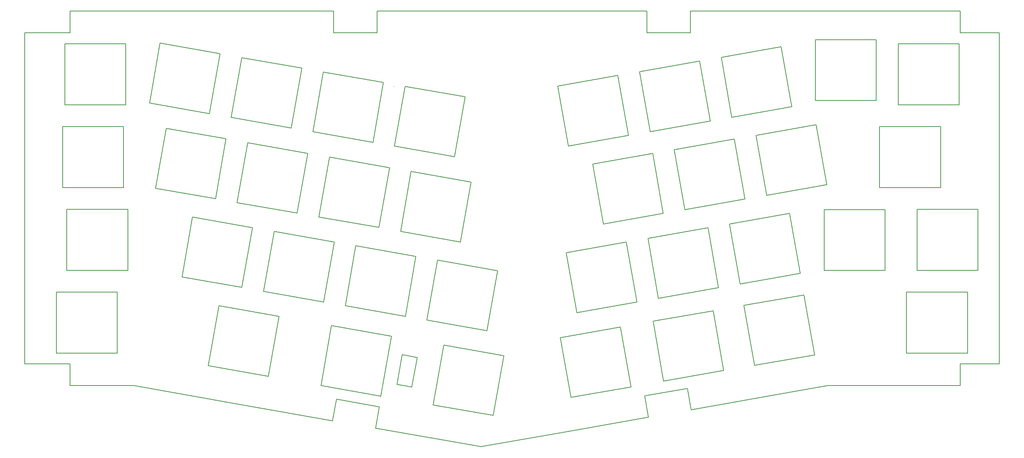
<source format=gbr>
%TF.GenerationSoftware,KiCad,Pcbnew,7.0.1-0*%
%TF.CreationDate,2023-03-18T22:19:58+09:00*%
%TF.ProjectId,C-13XPCB,432d3133-5850-4434-922e-6b696361645f,rev?*%
%TF.SameCoordinates,Original*%
%TF.FileFunction,Profile,NP*%
%FSLAX46Y46*%
G04 Gerber Fmt 4.6, Leading zero omitted, Abs format (unit mm)*
G04 Created by KiCad (PCBNEW 7.0.1-0) date 2023-03-18 22:19:58*
%MOMM*%
%LPD*%
G01*
G04 APERTURE LIST*
%TA.AperFunction,Profile*%
%ADD10C,0.150000*%
%TD*%
G04 APERTURE END LIST*
D10*
X192076362Y-146453021D02*
X178289053Y-148884095D01*
X157019053Y-152634095D02*
X154587979Y-138846787D01*
X168375287Y-136415712D02*
X170806362Y-150203021D01*
X170806362Y-150203021D02*
X157019053Y-152634095D01*
X154587979Y-138846787D02*
X168375287Y-136415712D01*
X175857979Y-135096787D02*
X189645287Y-132665712D01*
X178289053Y-148884095D02*
X175857979Y-135096787D01*
X189645287Y-132665712D02*
X192076362Y-146453021D01*
X113351387Y-152315093D02*
X99564078Y-149884019D01*
X117027500Y-149624999D02*
X120447500Y-150204999D01*
X141552461Y-142997785D02*
X139121387Y-156785093D01*
X115782461Y-138527785D02*
X113351387Y-152315093D01*
X99564078Y-149884019D02*
X101995153Y-136096710D01*
X121657500Y-143424999D02*
X118247500Y-142804999D01*
X127765153Y-140566710D02*
X141552461Y-142997785D01*
X101995153Y-136096710D02*
X115782461Y-138527785D01*
X139121387Y-156785093D02*
X125334078Y-154354019D01*
X125334078Y-154354019D02*
X127765153Y-140566710D01*
X120447500Y-150204999D02*
X121657500Y-143424999D01*
X118247500Y-142804999D02*
X117027500Y-149624999D01*
X45817500Y-149934999D02*
X41922535Y-149934999D01*
X130256409Y-97247327D02*
X116469100Y-94816253D01*
X45817500Y-149934999D02*
X56614563Y-149934999D01*
X52817500Y-128410000D02*
X38817500Y-128410000D01*
X227888750Y-104310000D02*
X227888750Y-90310000D01*
X229158750Y-123380000D02*
X229158750Y-109380000D01*
X61569486Y-104479847D02*
X75356795Y-106910921D01*
X184448500Y-63735001D02*
X246448500Y-63735001D01*
X255367500Y-106835000D02*
X255367500Y-68735000D01*
X174784933Y-157201523D02*
X155788286Y-160551144D01*
X118900175Y-81028944D02*
X132687483Y-83460019D01*
X153992957Y-80979021D02*
X167780265Y-78547946D01*
X207732515Y-85719259D02*
X193945207Y-88150334D01*
X95166308Y-76844023D02*
X81378999Y-74412949D01*
X255367500Y-106835000D02*
X255367500Y-116360000D01*
X193945207Y-88150334D02*
X191514132Y-74363025D01*
X227125000Y-84307500D02*
X213125000Y-84307500D01*
X201943351Y-106083922D02*
X215730660Y-103652847D01*
X170211340Y-92335255D02*
X156424031Y-94766329D01*
X102263988Y-157984224D02*
X103132229Y-153060186D01*
X64000561Y-90692538D02*
X61569486Y-104479847D01*
X167780265Y-78547946D02*
X170211340Y-92335255D01*
X174784933Y-157201523D02*
X173916692Y-152277484D01*
X172137188Y-130683429D02*
X169706114Y-116896121D01*
X161991101Y-98912609D02*
X175778410Y-96481534D01*
X140141928Y-123462193D02*
X126354620Y-121031118D01*
X116469100Y-94816253D02*
X118900175Y-81028944D01*
X117851249Y-114403840D02*
X131638558Y-116834915D01*
X169706114Y-116896121D02*
X155918805Y-119327195D01*
X188466702Y-113588123D02*
X174679393Y-116019198D01*
X215158750Y-109380000D02*
X215158750Y-123380000D01*
X210535287Y-129040713D02*
X212966362Y-142828022D01*
X102620753Y-116846197D02*
X88833444Y-114415123D01*
X246448500Y-149934999D02*
X246448500Y-144934999D01*
X236488750Y-109360000D02*
X236488750Y-123360000D01*
X41922535Y-149557386D02*
X41922535Y-144934999D01*
X41921500Y-63735001D02*
X102448500Y-63735001D01*
X196970072Y-106960845D02*
X194538998Y-93173537D01*
X81378999Y-74412949D02*
X78947925Y-88200257D01*
X38197500Y-68735000D02*
X41921500Y-68735000D01*
X190897776Y-127375432D02*
X188466702Y-113588123D01*
X241888750Y-90310000D02*
X241888750Y-104310000D01*
X131638558Y-116834915D02*
X134069632Y-103047606D01*
X97708512Y-91508255D02*
X100139587Y-77720947D01*
X209658364Y-124067434D02*
X207227289Y-110280125D01*
X183182764Y-109391920D02*
X196970072Y-106960845D01*
X126354620Y-121031118D02*
X123923545Y-134818427D01*
X41198750Y-109360000D02*
X55198750Y-109360000D01*
X207379410Y-151454237D02*
X215995434Y-149934999D01*
X41922535Y-144934999D02*
X31529500Y-144934999D01*
X177110468Y-129806506D02*
X190897776Y-127375432D01*
X107594032Y-117723120D02*
X121381341Y-120154195D01*
X215730660Y-103652847D02*
X213299585Y-89865539D01*
X123923545Y-134818427D02*
X137710854Y-137249501D01*
X92735233Y-90631332D02*
X95166308Y-76844023D01*
X54722500Y-85260000D02*
X40722500Y-85260000D01*
X156424031Y-94766329D02*
X153992957Y-80979021D01*
X75356795Y-106910921D02*
X77787869Y-93123613D01*
X88833444Y-114415123D02*
X86402370Y-128202431D01*
X100139587Y-77720947D02*
X113926895Y-80152021D01*
X215158750Y-123380000D02*
X229158750Y-123380000D01*
X132687483Y-83460019D02*
X130256409Y-97247327D01*
X195871055Y-126498508D02*
X209658364Y-124067434D01*
X213299585Y-89865539D02*
X199512277Y-92296613D01*
X199179053Y-145259096D02*
X196747979Y-131471788D01*
X250488750Y-123360000D02*
X250488750Y-109360000D01*
X246448500Y-149934999D02*
X241080000Y-149934999D01*
X73714078Y-145309020D02*
X76145153Y-131521711D01*
X111495821Y-93939330D02*
X97708512Y-91508255D01*
X158349880Y-133114504D02*
X172137188Y-130683429D01*
X213125000Y-70307500D02*
X227125000Y-70307500D01*
X120282324Y-100616532D02*
X117851249Y-114403840D01*
X174448500Y-63735000D02*
X112448500Y-63735000D01*
X183764770Y-150541002D02*
X173916692Y-152277484D01*
X31529500Y-106835000D02*
X31529500Y-68735000D01*
X40722500Y-71260000D02*
X54722500Y-71260000D01*
X250488750Y-109360000D02*
X236488750Y-109360000D01*
X81429091Y-127325508D02*
X67641782Y-124894433D01*
X102448500Y-68735000D02*
X112448500Y-68735000D01*
X112877970Y-113526917D02*
X115309045Y-99739608D01*
X113926895Y-80152021D02*
X111495821Y-93939330D01*
X54246250Y-90310000D02*
X40246250Y-90310000D01*
X31529500Y-144934999D02*
X31529500Y-106835000D01*
X73974646Y-87323334D02*
X60187337Y-84892260D01*
X118950266Y-133941503D02*
X105162958Y-131510429D01*
X241888750Y-104310000D02*
X241888750Y-90310000D01*
X41198750Y-123360000D02*
X41198750Y-109360000D01*
X134069632Y-103047606D02*
X120282324Y-100616532D01*
X40246250Y-104310000D02*
X54246250Y-104310000D01*
X207227289Y-110280125D02*
X193439981Y-112711200D01*
X232175000Y-71260000D02*
X232175000Y-85260000D01*
X83860165Y-113538199D02*
X81429091Y-127325508D01*
X227888750Y-90310000D02*
X227888750Y-104310000D01*
X87501387Y-147740094D02*
X73714078Y-145309020D01*
X38817500Y-128410000D02*
X38817500Y-142410000D01*
X76405720Y-73536026D02*
X73974646Y-87323334D01*
X241888750Y-104310000D02*
X227888750Y-104310000D01*
X52817500Y-142410000D02*
X52817500Y-128410000D01*
X78947925Y-88200257D02*
X92735233Y-90631332D01*
X102448500Y-63735001D02*
X102448500Y-68735000D01*
X77787869Y-93123613D02*
X64000561Y-90692538D01*
X184448500Y-68734999D02*
X174448500Y-68734999D01*
X248080000Y-128410000D02*
X248080000Y-142410000D01*
X155788286Y-160551144D02*
X136305001Y-163986573D01*
X112448500Y-63735000D02*
X112448500Y-68735000D01*
X55198750Y-109360000D02*
X55198750Y-123360000D01*
X89932461Y-133952786D02*
X87501387Y-147740094D01*
X103132229Y-153060186D02*
X112980307Y-154796667D01*
X184448500Y-63735001D02*
X184448500Y-68734999D01*
X246448500Y-63735001D02*
X246448500Y-68735000D01*
X82761148Y-94000536D02*
X80330074Y-107787845D01*
X137710854Y-137249501D02*
X140141928Y-123462193D01*
X248080000Y-142410000D02*
X234080000Y-142410000D01*
X241888750Y-90310000D02*
X227888750Y-90310000D01*
X236488750Y-123360000D02*
X250488750Y-123360000D01*
X188971927Y-89027257D02*
X186540853Y-75239948D01*
X112112066Y-159720706D02*
X112980307Y-154796667D01*
X121381341Y-120154195D02*
X118950266Y-133941503D01*
X55198750Y-123360000D02*
X41198750Y-123360000D01*
X99090662Y-111095842D02*
X112877970Y-113526917D01*
X207379410Y-151454237D02*
X184633011Y-155465041D01*
X232175000Y-85260000D02*
X246175000Y-85260000D01*
X241080000Y-149934999D02*
X215995434Y-149934999D01*
X79301030Y-153935236D02*
X102263988Y-157984224D01*
X40722500Y-85260000D02*
X40722500Y-71260000D01*
X54246250Y-104310000D02*
X54246250Y-90310000D01*
X41922535Y-149934999D02*
X41922535Y-149557386D01*
X62618412Y-71104951D02*
X76405720Y-73536026D01*
X186540853Y-75239948D02*
X172753544Y-77671023D01*
X199512277Y-92296613D02*
X201943351Y-106083922D01*
X172753544Y-77671023D02*
X175184619Y-91458331D01*
X79301030Y-153935236D02*
X56614563Y-149934999D01*
X193439981Y-112711200D02*
X195871055Y-126498508D01*
X174448500Y-63735000D02*
X174448500Y-68734999D01*
X227888750Y-104310000D02*
X241888750Y-104310000D01*
X116331052Y-81058266D02*
X116331052Y-81058266D01*
X212966362Y-142828022D02*
X199179053Y-145259096D01*
X255367500Y-116360000D02*
X255367500Y-144934999D01*
X67641782Y-124894433D02*
X70072857Y-111107125D01*
X229158750Y-109380000D02*
X215158750Y-109380000D01*
X184633011Y-155465041D02*
X183764770Y-150541002D01*
X112112066Y-159720706D02*
X136305001Y-163986573D01*
X175778410Y-96481534D02*
X178209484Y-110268843D01*
X80330074Y-107787845D02*
X94117382Y-110218919D01*
X213125000Y-84307500D02*
X213125000Y-70307500D01*
X54722500Y-71260000D02*
X54722500Y-85260000D01*
X41921500Y-63735001D02*
X41921500Y-68735000D01*
X31529500Y-68735000D02*
X38197500Y-68735000D01*
X101521736Y-97308534D02*
X99090662Y-111095842D01*
X164422176Y-112699917D02*
X161991101Y-98912609D01*
X246175000Y-85260000D02*
X246175000Y-71260000D01*
X227125000Y-70307500D02*
X227125000Y-84307500D01*
X94117382Y-110218919D02*
X96548457Y-96431611D01*
X246175000Y-71260000D02*
X232175000Y-71260000D01*
X227888750Y-90310000D02*
X241888750Y-90310000D01*
X38817500Y-142410000D02*
X52817500Y-142410000D01*
X100189678Y-130633506D02*
X102620753Y-116846197D01*
X70072857Y-111107125D02*
X83860165Y-113538199D01*
X234080000Y-142410000D02*
X234080000Y-128410000D01*
X178209484Y-110268843D02*
X164422176Y-112699917D01*
X196747979Y-131471788D02*
X210535287Y-129040713D01*
X255367500Y-68735000D02*
X246448500Y-68735000D01*
X175184619Y-91458331D02*
X188971927Y-89027257D01*
X105162958Y-131510429D02*
X107594032Y-117723120D01*
X86402370Y-128202431D02*
X100189678Y-130633506D01*
X234080000Y-128410000D02*
X248080000Y-128410000D01*
X205301441Y-71931951D02*
X207732515Y-85719259D01*
X255367500Y-144934999D02*
X246448500Y-144934999D01*
X40246250Y-90310000D02*
X40246250Y-104310000D01*
X180751689Y-95604611D02*
X183182764Y-109391920D01*
X60187337Y-84892260D02*
X62618412Y-71104951D01*
X194538998Y-93173537D02*
X180751689Y-95604611D01*
X96548457Y-96431611D02*
X82761148Y-94000536D01*
X174679393Y-116019198D02*
X177110468Y-129806506D01*
X76145153Y-131521711D02*
X89932461Y-133952786D01*
X155918805Y-119327195D02*
X158349880Y-133114504D01*
X115309045Y-99739608D02*
X101521736Y-97308534D01*
X191514132Y-74363025D02*
X205301441Y-71931951D01*
M02*

</source>
